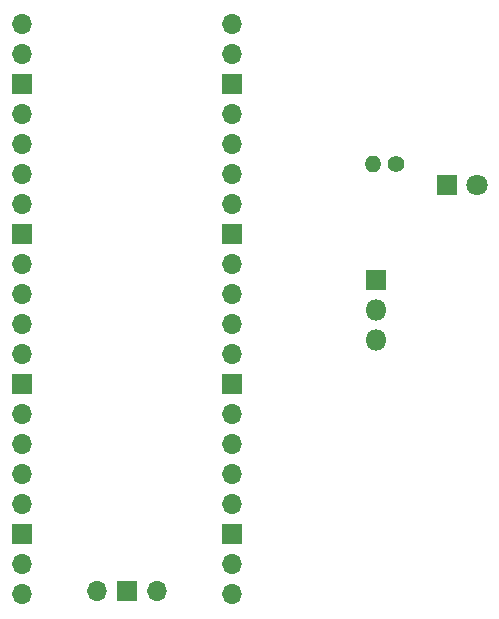
<source format=gbr>
%TF.GenerationSoftware,KiCad,Pcbnew,8.0.0*%
%TF.CreationDate,2024-03-27T20:18:41-03:00*%
%TF.ProjectId,ponderadaPcb,706f6e64-6572-4616-9461-5063622e6b69,rev?*%
%TF.SameCoordinates,Original*%
%TF.FileFunction,Copper,L2,Bot*%
%TF.FilePolarity,Positive*%
%FSLAX46Y46*%
G04 Gerber Fmt 4.6, Leading zero omitted, Abs format (unit mm)*
G04 Created by KiCad (PCBNEW 8.0.0) date 2024-03-27 20:18:41*
%MOMM*%
%LPD*%
G01*
G04 APERTURE LIST*
%TA.AperFunction,ComponentPad*%
%ADD10O,1.700000X1.700000*%
%TD*%
%TA.AperFunction,ComponentPad*%
%ADD11R,1.700000X1.700000*%
%TD*%
%TA.AperFunction,ComponentPad*%
%ADD12C,1.400000*%
%TD*%
%TA.AperFunction,ComponentPad*%
%ADD13O,1.400000X1.400000*%
%TD*%
%TA.AperFunction,ComponentPad*%
%ADD14R,1.800000X1.800000*%
%TD*%
%TA.AperFunction,ComponentPad*%
%ADD15O,1.800000X1.800000*%
%TD*%
%TA.AperFunction,ComponentPad*%
%ADD16C,1.800000*%
%TD*%
G04 APERTURE END LIST*
D10*
%TO.P,U1,1,GPIO0*%
%TO.N,unconnected-(U1-GPIO0-Pad1)*%
X136255000Y-70655000D03*
%TO.P,U1,2,GPIO1*%
%TO.N,unconnected-(U1-GPIO1-Pad2)*%
X136255000Y-73195000D03*
D11*
%TO.P,U1,3,GND*%
%TO.N,unconnected-(U1-GND-Pad3)*%
X136255000Y-75735000D03*
D10*
%TO.P,U1,4,GPIO2*%
%TO.N,unconnected-(U1-GPIO2-Pad4)*%
X136255000Y-78275000D03*
%TO.P,U1,5,GPIO3*%
%TO.N,unconnected-(U1-GPIO3-Pad5)*%
X136255000Y-80815000D03*
%TO.P,U1,6,GPIO4*%
%TO.N,unconnected-(U1-GPIO4-Pad6)*%
X136255000Y-83355000D03*
%TO.P,U1,7,GPIO5*%
%TO.N,unconnected-(U1-GPIO5-Pad7)*%
X136255000Y-85895000D03*
D11*
%TO.P,U1,8,GND*%
%TO.N,unconnected-(U1-GND-Pad8)*%
X136255000Y-88435000D03*
D10*
%TO.P,U1,9,GPIO6*%
%TO.N,unconnected-(U1-GPIO6-Pad9)*%
X136255000Y-90975000D03*
%TO.P,U1,10,GPIO7*%
%TO.N,unconnected-(U1-GPIO7-Pad10)*%
X136255000Y-93515000D03*
%TO.P,U1,11,GPIO8*%
%TO.N,unconnected-(U1-GPIO8-Pad11)*%
X136255000Y-96055000D03*
%TO.P,U1,12,GPIO9*%
%TO.N,unconnected-(U1-GPIO9-Pad12)*%
X136255000Y-98595000D03*
D11*
%TO.P,U1,13,GND*%
%TO.N,unconnected-(U1-GND-Pad13)*%
X136255000Y-101135000D03*
D10*
%TO.P,U1,14,GPIO10*%
%TO.N,unconnected-(U1-GPIO10-Pad14)*%
X136255000Y-103675000D03*
%TO.P,U1,15,GPIO11*%
%TO.N,unconnected-(U1-GPIO11-Pad15)*%
X136255000Y-106215000D03*
%TO.P,U1,16,GPIO12*%
%TO.N,unconnected-(U1-GPIO12-Pad16)*%
X136255000Y-108755000D03*
%TO.P,U1,17,GPIO13*%
%TO.N,unconnected-(U1-GPIO13-Pad17)*%
X136255000Y-111295000D03*
D11*
%TO.P,U1,18,GND*%
%TO.N,unconnected-(U1-GND-Pad18)*%
X136255000Y-113835000D03*
D10*
%TO.P,U1,19,GPIO14*%
%TO.N,unconnected-(U1-GPIO14-Pad19)*%
X136255000Y-116375000D03*
%TO.P,U1,20,GPIO15*%
%TO.N,unconnected-(U1-GPIO15-Pad20)*%
X136255000Y-118915000D03*
%TO.P,U1,21,GPIO16*%
%TO.N,unconnected-(U1-GPIO16-Pad21)*%
X154035000Y-118915000D03*
%TO.P,U1,22,GPIO17*%
%TO.N,unconnected-(U1-GPIO17-Pad22)*%
X154035000Y-116375000D03*
D11*
%TO.P,U1,23,GND*%
%TO.N,unconnected-(U1-GND-Pad23)*%
X154035000Y-113835000D03*
D10*
%TO.P,U1,24,GPIO18*%
%TO.N,Net-(Q1-B)*%
X154035000Y-111295000D03*
%TO.P,U1,25,GPIO19*%
X154035000Y-108755000D03*
%TO.P,U1,26,GPIO20*%
%TO.N,unconnected-(U1-GPIO20-Pad26)*%
X154035000Y-106215000D03*
%TO.P,U1,27,GPIO21*%
%TO.N,unconnected-(U1-GPIO21-Pad27)*%
X154035000Y-103675000D03*
D11*
%TO.P,U1,28,GND*%
%TO.N,unconnected-(U1-GND-Pad28)*%
X154035000Y-101135000D03*
D10*
%TO.P,U1,29,GPIO22*%
%TO.N,unconnected-(U1-GPIO22-Pad29)*%
X154035000Y-98595000D03*
%TO.P,U1,30,RUN*%
%TO.N,unconnected-(U1-RUN-Pad30)*%
X154035000Y-96055000D03*
%TO.P,U1,31,GPIO26_ADC0*%
%TO.N,unconnected-(U1-GPIO26_ADC0-Pad31)*%
X154035000Y-93515000D03*
%TO.P,U1,32,GPIO27_ADC1*%
%TO.N,unconnected-(U1-GPIO27_ADC1-Pad32)*%
X154035000Y-90975000D03*
D11*
%TO.P,U1,33,AGND*%
%TO.N,unconnected-(U1-AGND-Pad33)*%
X154035000Y-88435000D03*
D10*
%TO.P,U1,34,GPIO28_ADC2*%
%TO.N,unconnected-(U1-GPIO28_ADC2-Pad34)*%
X154035000Y-85895000D03*
%TO.P,U1,35,ADC_VREF*%
%TO.N,unconnected-(U1-ADC_VREF-Pad35)*%
X154035000Y-83355000D03*
%TO.P,U1,36,3V3*%
%TO.N,unconnected-(U1-3V3-Pad36)*%
X154035000Y-80815000D03*
%TO.P,U1,37,3V3_EN*%
%TO.N,GND*%
X154035000Y-78275000D03*
D11*
%TO.P,U1,38,GND*%
X154035000Y-75735000D03*
D10*
%TO.P,U1,39,VSYS*%
%TO.N,VCC*%
X154035000Y-73195000D03*
%TO.P,U1,40,VBUS*%
%TO.N,unconnected-(U1-VBUS-Pad40)*%
X154035000Y-70655000D03*
%TO.P,U1,41,SWCLK*%
%TO.N,unconnected-(U1-SWCLK-Pad41)*%
X142605000Y-118685000D03*
D11*
%TO.P,U1,42,GND*%
%TO.N,unconnected-(U1-GND-Pad42)*%
X145145000Y-118685000D03*
D10*
%TO.P,U1,43,SWDIO*%
%TO.N,unconnected-(U1-SWDIO-Pad43)*%
X147685000Y-118685000D03*
%TD*%
D12*
%TO.P,R1,1*%
%TO.N,Net-(D1-A)*%
X167905000Y-82500000D03*
D13*
%TO.P,R1,2*%
%TO.N,VCC*%
X166005000Y-82500000D03*
%TD*%
D14*
%TO.P,Q1,1,E*%
%TO.N,GND*%
X166250000Y-92275000D03*
D15*
%TO.P,Q1,2,C*%
%TO.N,Net-(D1-K)*%
X166250000Y-94815000D03*
%TO.P,Q1,3,B*%
%TO.N,Net-(Q1-B)*%
X166250000Y-97355000D03*
%TD*%
D14*
%TO.P,D1,1,K*%
%TO.N,Net-(D1-K)*%
X172250000Y-84275000D03*
D16*
%TO.P,D1,2,A*%
%TO.N,Net-(D1-A)*%
X174790000Y-84275000D03*
%TD*%
M02*

</source>
